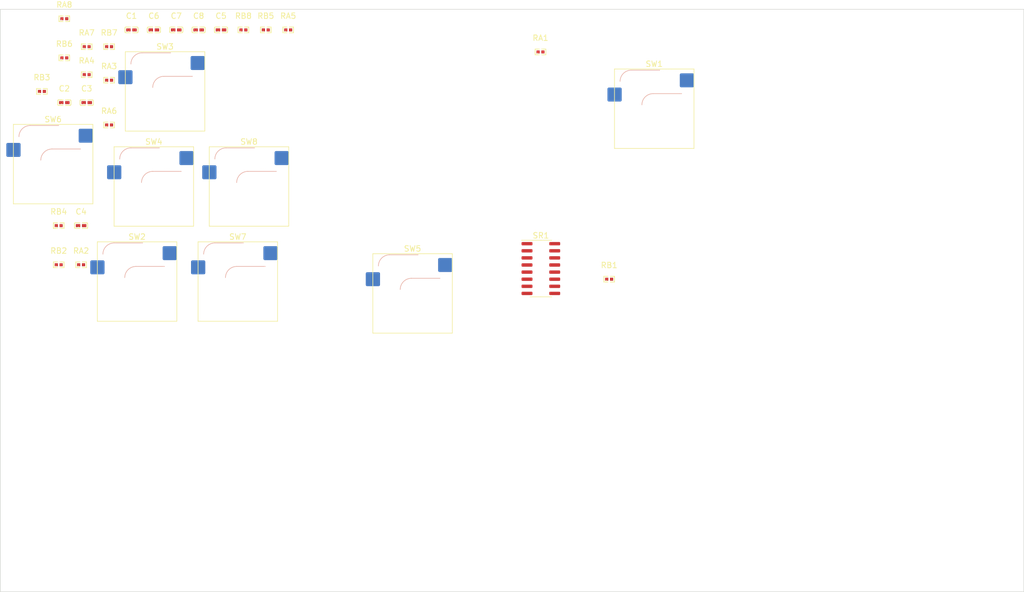
<source format=kicad_pcb>
(kicad_pcb (version 20221018) (generator pcbnew)
  (layers (0 "F.Cu" signal) (31 "B.Cu" signal) (34 "B.Paste" user) (35 "F.Paste" user) (36 "B.SilkS" user "B.Silkscreen") (37 "F.SilkS" user "F.Silkscreen") (38 "B.Mask" user) (39 "F.Mask" user) (44 "Edge.Cuts" user))
  (net 0 "")
  (net 1 "/Key Column/SW1")
  (net 2 "GND")
  (net 3 "/Key Column/SW2")
  (net 4 "/Key Column/SW3")
  (net 5 "/Key Column/SW4")
  (net 6 "/Key Column/SW5")
  (net 7 "/Key Column/SW6")
  (net 8 "/Key Column/SW7")
  (net 9 "/Key Column/SW8")
  (net 10 "+5V")
  (net 11 "Net-(RA1-Pad1)")
  (net 12 "Net-(RA2-Pad1)")
  (net 13 "Net-(RA3-Pad1)")
  (net 14 "Net-(RA4-Pad1)")
  (net 15 "Net-(RA5-Pad1)")
  (net 16 "Net-(RA6-Pad1)")
  (net 17 "Net-(RA7-Pad1)")
  (net 18 "Net-(RA8-Pad1)")
  (footprint "footprint:C0402" (layer "F.Cu") (at 50 59)
    (fp_text reference "C4" (at 0 -2.498603) (layer "F.SilkS"))
    (fp_text value "100nF")
    (fp_line (start -1.168707 0.346203) (end -1.168707 -0.346203) (stroke (width 0.1524)) (layer "F.SilkS"))
    (fp_line (start -1.016307 -0.498603) (end -0.226213 -0.498603) (stroke (width 0.1524)) (layer "F.SilkS"))
    (fp_line (start -0.226213 0.498603) (end -1.016307 0.498603) (stroke (width 0.1524)) (layer "F.SilkS"))
    (fp_line (start 0.226213 0.498603) (end 1.016307 0.498603) (stroke (width 0.1524)) (layer "F.SilkS"))
    (fp_line (start 1.016307 -0.498603) (end 0.226213 -0.498603) (stroke (width 0.1524)) (layer "F.SilkS"))
    (fp_line (start 1.168707 0.346203) (end 1.168707 -0.346203) (stroke (width 0.1524)) (layer "F.SilkS"))
    (fp_arc (start -1.168707 -0.346203) (mid -1.12407 -0.453966) (end -1.016307 -0.498603) (stroke (width 0.1524)) (layer "F.SilkS"))
    (fp_arc (start -1.016307 0.498603) (mid -1.12407 0.453966) (end -1.168707 0.346203) (stroke (width 0.1524)) (layer "F.SilkS"))
    (fp_arc (start 1.016307 -0.498603) (mid 1.12407 -0.453966) (end 1.168707 -0.346203) (stroke (width 0.1524)) (layer "F.SilkS"))
    (fp_arc (start 1.168707 0.346203) (mid 1.12407 0.453966) (end 1.016307 0.498603) (stroke (width 0.1524)) (layer "F.SilkS"))
    (fp_circle (center -0.5 0.250013) (end -0.470003 0.250013) (stroke (width 0.059995)) (fill none) (layer "F.SilkS"))
    (pad "1" smd rect (at -0.545085 0) (size 0.790094 0.540005) (layers "F.Cu" "F.Paste" "F.Mask") (net 2 "GND"))
    (pad "2" smd rect (at 0.545085 0) (size 0.790094 0.540005) (layers "F.Cu" "F.Paste" "F.Mask") (net 5 "/Key Column/SW4"))
  )
  (footprint "PCM_Switch_Keyboard_Hotswap_Kailh:SW_Hotswap_Kailh_MX" (layer "F.Cu") (at 60 69)
    (fp_text reference "SW2" (at 0 -8) (layer "F.SilkS"))
    (fp_text value "SW_Push")
    (fp_line (start -4.1 -6.9) (end 1 -6.9) (stroke (width 0.12)) (layer "B.SilkS"))
    (fp_line (start -0.2 -2.7) (end 4.9 -2.7) (stroke (width 0.12)) (layer "B.SilkS"))
    (fp_arc (start -6.1 -4.9) (mid -5.514214 -6.314214) (end -4.1 -6.9) (stroke (width 0.12)) (layer "B.SilkS"))
    (fp_arc (start -2.2 -0.7) (mid -1.614214 -2.114214) (end -0.2 -2.7) (stroke (width 0.12)) (layer "B.SilkS"))
    (fp_line (start -7.1 -7.1) (end -7.1 7.1) (stroke (width 0.12)) (layer "F.SilkS"))
    (fp_line (start -7.1 7.1) (end 7.1 7.1) (stroke (width 0.12)) (layer "F.SilkS"))
    (fp_line (start 7.1 -7.1) (end -7.1 -7.1) (stroke (width 0.12)) (layer "F.SilkS"))
    (fp_line (start 7.1 7.1) (end 7.1 -7.1) (stroke (width 0.12)) (layer "F.SilkS"))
    (pad "" np_thru_hole circle (at -5.08 0) (size 1.75 1.75) (drill 1.75) (layers "*.Cu" "*.Mask"))
    (pad "" np_thru_hole circle (at -3.81 -2.54) (size 3.05 3.05) (drill 3.05) (layers "*.Cu" "*.Mask"))
    (pad "" np_thru_hole circle (at 0 0) (size 4 4) (drill 4) (layers "*.Cu" "*.Mask"))
    (pad "" np_thru_hole circle (at 2.54 -5.08) (size 3.05 3.05) (drill 3.05) (layers "*.Cu" "*.Mask"))
    (pad "" np_thru_hole circle (at 5.08 0) (size 1.75 1.75) (drill 1.75) (layers "*.Cu" "*.Mask"))
    (pad "1" smd roundrect (at -7.085 -2.54) (size 2.55 2.5) (layers "B.Cu" "B.Paste" "B.Mask") (roundrect_rratio 0.1) (net 12 "Net-(RA2-Pad1)"))
    (pad "2" smd roundrect (at 5.842 -5.08) (size 2.55 2.5) (layers "B.Cu" "B.Paste" "B.Mask") (roundrect_rratio 0.1) (net 2 "GND"))
  )
  (footprint "PCM_Switch_Keyboard_Hotswap_Kailh:SW_Hotswap_Kailh_MX" (layer "F.Cu") (at 65 35)
    (fp_text reference "SW3" (at 0 -8) (layer "F.SilkS"))
    (fp_text value "SW_Push")
    (fp_line (start -4.1 -6.9) (end 1 -6.9) (stroke (width 0.12)) (layer "B.SilkS"))
    (fp_line (start -0.2 -2.7) (end 4.9 -2.7) (stroke (width 0.12)) (layer "B.SilkS"))
    (fp_arc (start -6.1 -4.9) (mid -5.514214 -6.314214) (end -4.1 -6.9) (stroke (width 0.12)) (layer "B.SilkS"))
    (fp_arc (start -2.2 -0.7) (mid -1.614214 -2.114214) (end -0.2 -2.7) (stroke (width 0.12)) (layer "B.SilkS"))
    (fp_line (start -7.1 -7.1) (end -7.1 7.1) (stroke (width 0.12)) (layer "F.SilkS"))
    (fp_line (start -7.1 7.1) (end 7.1 7.1) (stroke (width 0.12)) (layer "F.SilkS"))
    (fp_line (start 7.1 -7.1) (end -7.1 -7.1) (stroke (width 0.12)) (layer "F.SilkS"))
    (fp_line (start 7.1 7.1) (end 7.1 -7.1) (stroke (width 0.12)) (layer "F.SilkS"))
    (pad "" np_thru_hole circle (at -5.08 0) (size 1.75 1.75) (drill 1.75) (layers "*.Cu" "*.Mask"))
    (pad "" np_thru_hole circle (at -3.81 -2.54) (size 3.05 3.05) (drill 3.05) (layers "*.Cu" "*.Mask"))
    (pad "" np_thru_hole circle (at 0 0) (size 4 4) (drill 4) (layers "*.Cu" "*.Mask"))
    (pad "" np_thru_hole circle (at 2.54 -5.08) (size 3.05 3.05) (drill 3.05) (layers "*.Cu" "*.Mask"))
    (pad "" np_thru_hole circle (at 5.08 0) (size 1.75 1.75) (drill 1.75) (layers "*.Cu" "*.Mask"))
    (pad "1" smd roundrect (at -7.085 -2.54) (size 2.55 2.5) (layers "B.Cu" "B.Paste" "B.Mask") (roundrect_rratio 0.1) (net 13 "Net-(RA3-Pad1)"))
    (pad "2" smd roundrect (at 5.842 -5.08) (size 2.55 2.5) (layers "B.Cu" "B.Paste" "B.Mask") (roundrect_rratio 0.1) (net 2 "GND"))
  )
  (footprint "PCM_Switch_Keyboard_Hotswap_Kailh:SW_Hotswap_Kailh_MX" (layer "F.Cu") (at 45 48)
    (fp_text reference "SW6" (at 0 -8) (layer "F.SilkS"))
    (fp_text value "SW_Push")
    (fp_line (start -4.1 -6.9) (end 1 -6.9) (stroke (width 0.12)) (layer "B.SilkS"))
    (fp_line (start -0.2 -2.7) (end 4.9 -2.7) (stroke (width 0.12)) (layer "B.SilkS"))
    (fp_arc (start -6.1 -4.9) (mid -5.514214 -6.314214) (end -4.1 -6.9) (stroke (width 0.12)) (layer "B.SilkS"))
    (fp_arc (start -2.2 -0.7) (mid -1.614214 -2.114214) (end -0.2 -2.7) (stroke (width 0.12)) (layer "B.SilkS"))
    (fp_line (start -7.1 -7.1) (end -7.1 7.1) (stroke (width 0.12)) (layer "F.SilkS"))
    (fp_line (start -7.1 7.1) (end 7.1 7.1) (stroke (width 0.12)) (layer "F.SilkS"))
    (fp_line (start 7.1 -7.1) (end -7.1 -7.1) (stroke (width 0.12)) (layer "F.SilkS"))
    (fp_line (start 7.1 7.1) (end 7.1 -7.1) (stroke (width 0.12)) (layer "F.SilkS"))
    (pad "" np_thru_hole circle (at -5.08 0) (size 1.75 1.75) (drill 1.75) (layers "*.Cu" "*.Mask"))
    (pad "" np_thru_hole circle (at -3.81 -2.54) (size 3.05 3.05) (drill 3.05) (layers "*.Cu" "*.Mask"))
    (pad "" np_thru_hole circle (at 0 0) (size 4 4) (drill 4) (layers "*.Cu" "*.Mask"))
    (pad "" np_thru_hole circle (at 2.54 -5.08) (size 3.05 3.05) (drill 3.05) (layers "*.Cu" "*.Mask"))
    (pad "" np_thru_hole circle (at 5.08 0) (size 1.75 1.75) (drill 1.75) (layers "*.Cu" "*.Mask"))
    (pad "1" smd roundrect (at -7.085 -2.54) (size 2.55 2.5) (layers "B.Cu" "B.Paste" "B.Mask") (roundrect_rratio 0.1) (net 16 "Net-(RA6-Pad1)"))
    (pad "2" smd roundrect (at 5.842 -5.08) (size 2.55 2.5) (layers "B.Cu" "B.Paste" "B.Mask") (roundrect_rratio 0.1) (net 2 "GND"))
  )
  (footprint "footprint:C0402" (layer "F.Cu") (at 63 24)
    (fp_text reference "C6" (at 0 -2.498603) (layer "F.SilkS"))
    (fp_text value "100nF")
    (fp_line (start -1.168707 0.346203) (end -1.168707 -0.346203) (stroke (width 0.1524)) (layer "F.SilkS"))
    (fp_line (start -1.016307 -0.498603) (end -0.226213 -0.498603) (stroke (width 0.1524)) (layer "F.SilkS"))
    (fp_line (start -0.226213 0.498603) (end -1.016307 0.498603) (stroke (width 0.1524)) (layer "F.SilkS"))
    (fp_line (start 0.226213 0.498603) (end 1.016307 0.498603) (stroke (width 0.1524)) (layer "F.SilkS"))
    (fp_line (start 1.016307 -0.498603) (end 0.226213 -0.498603) (stroke (width 0.1524)) (layer "F.SilkS"))
    (fp_line (start 1.168707 0.346203) (end 1.168707 -0.346203) (stroke (width 0.1524)) (layer "F.SilkS"))
    (fp_arc (start -1.168707 -0.346203) (mid -1.12407 -0.453966) (end -1.016307 -0.498603) (stroke (width 0.1524)) (layer "F.SilkS"))
    (fp_arc (start -1.016307 0.498603) (mid -1.12407 0.453966) (end -1.168707 0.346203) (stroke (width 0.1524)) (layer "F.SilkS"))
    (fp_arc (start 1.016307 -0.498603) (mid 1.12407 -0.453966) (end 1.168707 -0.346203) (stroke (width 0.1524)) (layer "F.SilkS"))
    (fp_arc (start 1.168707 0.346203) (mid 1.12407 0.453966) (end 1.016307 0.498603) (stroke (width 0.1524)) (layer "F.SilkS"))
    (fp_circle (center -0.5 0.250013) (end -0.470003 0.250013) (stroke (width 0.059995)) (fill none) (layer "F.SilkS"))
    (pad "1" smd rect (at -0.545085 0) (size 0.790094 0.540005) (layers "F.Cu" "F.Paste" "F.Mask") (net 2 "GND"))
    (pad "2" smd rect (at 0.545085 0) (size 0.790094 0.540005) (layers "F.Cu" "F.Paste" "F.Mask") (net 7 "/Key Column/SW6"))
  )
  (footprint "footprint:R0402" (layer "F.Cu") (at 55 27)
    (fp_text reference "RB7" (at 0 -2.498603) (layer "F.SilkS"))
    (fp_text value "33kΩ")
    (fp_line (start -0.944247 -0.498603) (end -0.226213 -0.498603) (stroke (width 0.1524)) (layer "F.SilkS"))
    (fp_line (start -0.944247 0.498603) (end -0.944247 -0.498603) (stroke (width 0.1524)) (layer "F.SilkS"))
    (fp_line (start -0.226213 0.498603) (end -0.944247 0.498603) (stroke (width 0.1524)) (layer "F.SilkS"))
    (fp_line (start 0.226213 0.498603) (end 0.944247 0.498603) (stroke (width 0.1524)) (layer "F.SilkS"))
    (fp_line (start 0.944247 -0.498603) (end 0.226213 -0.498603) (stroke (width 0.1524)) (layer "F.SilkS"))
    (fp_line (start 0.944247 0.498603) (end 0.944247 -0.498603) (stroke (width 0.1524)) (layer "F.SilkS"))
    (fp_circle (center -0.5 0.249987) (end -0.470003 0.249987) (stroke (width 0.059995)) (fill none) (layer "F.SilkS"))
    (pad "1" smd rect (at -0.432817 0) (size 0.565659 0.540005) (layers "F.Cu" "F.Paste" "F.Mask") (net 8 "/Key Column/SW7"))
    (pad "2" smd rect (at 0.432817 0) (size 0.565659 0.540005) (layers "F.Cu" "F.Paste" "F.Mask") (net 17 "Net-(RA7-Pad1)"))
  )
  (footprint "footprint:R0402" (layer "F.Cu") (at 83 24)
    (fp_text reference "RB5" (at 0 -2.498603) (layer "F.SilkS"))
    (fp_text value "33kΩ")
    (fp_line (start -0.944247 -0.498603) (end -0.226213 -0.498603) (stroke (width 0.1524)) (layer "F.SilkS"))
    (fp_line (start -0.944247 0.498603) (end -0.944247 -0.498603) (stroke (width 0.1524)) (layer "F.SilkS"))
    (fp_line (start -0.226213 0.498603) (end -0.944247 0.498603) (stroke (width 0.1524)) (layer "F.SilkS"))
    (fp_line (start 0.226213 0.498603) (end 0.944247 0.498603) (stroke (width 0.1524)) (layer "F.SilkS"))
    (fp_line (start 0.944247 -0.498603) (end 0.226213 -0.498603) (stroke (width 0.1524)) (layer "F.SilkS"))
    (fp_line (start 0.944247 0.498603) (end 0.944247 -0.498603) (stroke (width 0.1524)) (layer "F.SilkS"))
    (fp_circle (center -0.5 0.249987) (end -0.470003 0.249987) (stroke (width 0.059995)) (fill none) (layer "F.SilkS"))
    (pad "1" smd rect (at -0.432817 0) (size 0.565659 0.540005) (layers "F.Cu" "F.Paste" "F.Mask") (net 6 "/Key Column/SW5"))
    (pad "2" smd rect (at 0.432817 0) (size 0.565659 0.540005) (layers "F.Cu" "F.Paste" "F.Mask") (net 15 "Net-(RA5-Pad1)"))
  )
  (footprint "PCM_Switch_Keyboard_Hotswap_Kailh:SW_Hotswap_Kailh_MX" (layer "F.Cu") (at 63 52)
    (fp_text reference "SW4" (at 0 -8) (layer "F.SilkS"))
    (fp_text value "SW_Push")
    (fp_line (start -4.1 -6.9) (end 1 -6.9) (stroke (width 0.12)) (layer "B.SilkS"))
    (fp_line (start -0.2 -2.7) (end 4.9 -2.7) (stroke (width 0.12)) (layer "B.SilkS"))
    (fp_arc (start -6.1 -4.9) (mid -5.514214 -6.314214) (end -4.1 -6.9) (stroke (width 0.12)) (layer "B.SilkS"))
    (fp_arc (start -2.2 -0.7) (mid -1.614214 -2.114214) (end -0.2 -2.7) (stroke (width 0.12)) (layer "B.SilkS"))
    (fp_line (start -7.1 -7.1) (end -7.1 7.1) (stroke (width 0.12)) (layer "F.SilkS"))
    (fp_line (start -7.1 7.1) (end 7.1 7.1) (stroke (width 0.12)) (layer "F.SilkS"))
    (fp_line (start 7.1 -7.1) (end -7.1 -7.1) (stroke (width 0.12)) (layer "F.SilkS"))
    (fp_line (start 7.1 7.1) (end 7.1 -7.1) (stroke (width 0.12)) (layer "F.SilkS"))
    (pad "" np_thru_hole circle (at -5.08 0) (size 1.75 1.75) (drill 1.75) (layers "*.Cu" "*.Mask"))
    (pad "" np_thru_hole circle (at -3.81 -2.54) (size 3.05 3.05) (drill 3.05) (layers "*.Cu" "*.Mask"))
    (pad "" np_thru_hole circle (at 0 0) (size 4 4) (drill 4) (layers "*.Cu" "*.Mask"))
    (pad "" np_thru_hole circle (at 2.54 -5.08) (size 3.05 3.05) (drill 3.05) (layers "*.Cu" "*.Mask"))
    (pad "" np_thru_hole circle (at 5.08 0) (size 1.75 1.75) (drill 1.75) (layers "*.Cu" "*.Mask"))
    (pad "1" smd roundrect (at -7.085 -2.54) (size 2.55 2.5) (layers "B.Cu" "B.Paste" "B.Mask") (roundrect_rratio 0.1) (net 14 "Net-(RA4-Pad1)"))
    (pad "2" smd roundrect (at 5.842 -5.08) (size 2.55 2.5) (layers "B.Cu" "B.Paste" "B.Mask") (roundrect_rratio 0.1) (net 2 "GND"))
  )
  (footprint "footprint:R0402" (layer "F.Cu") (at 144.347183 68.58)
    (fp_text reference "RB1" (at 0 -2.498603) (layer "F.SilkS"))
    (fp_text value "33kΩ")
    (fp_line (start -0.944247 -0.498603) (end -0.226213 -0.498603) (stroke (width 0.1524)) (layer "F.SilkS"))
    (fp_line (start -0.944247 0.498603) (end -0.944247 -0.498603) (stroke (width 0.1524)) (layer "F.SilkS"))
    (fp_line (start -0.226213 0.498603) (end -0.944247 0.498603) (stroke (width 0.1524)) (layer "F.SilkS"))
    (fp_line (start 0.226213 0.498603) (end 0.944247 0.498603) (stroke (width 0.1524)) (layer "F.SilkS"))
    (fp_line (start 0.944247 -0.498603) (end 0.226213 -0.498603) (stroke (width 0.1524)) (layer "F.SilkS"))
    (fp_line (start 0.944247 0.498603) (end 0.944247 -0.498603) (stroke (width 0.1524)) (layer "F.SilkS"))
    (fp_circle (center -0.5 0.249987) (end -0.470003 0.249987) (stroke (width 0.059995)) (fill none) (layer "F.SilkS"))
    (pad "1" smd rect (at -0.432817 0) (size 0.565659 0.540005) (layers "F.Cu" "F.Paste" "F.Mask") (net 1 "/Key Column/SW1"))
    (pad "2" smd rect (at 0.432817 0) (size 0.565659 0.540005) (layers "F.Cu" "F.Paste" "F.Mask") (net 11 "Net-(RA1-Pad1)"))
  )
  (footprint "footprint:R0402" (layer "F.Cu") (at 46 66)
    (fp_text reference "RB2" (at 0 -2.498603) (layer "F.SilkS"))
    (fp_text value "33kΩ")
    (fp_line (start -0.944247 -0.498603) (end -0.226213 -0.498603) (stroke (width 0.1524)) (layer "F.SilkS"))
    (fp_line (start -0.944247 0.498603) (end -0.944247 -0.498603) (stroke (width 0.1524)) (layer "F.SilkS"))
    (fp_line (start -0.226213 0.498603) (end -0.944247 0.498603) (stroke (width 0.1524)) (layer "F.SilkS"))
    (fp_line (start 0.226213 0.498603) (end 0.944247 0.498603) (stroke (width 0.1524)) (layer "F.SilkS"))
    (fp_line (start 0.944247 -0.498603) (end 0.226213 -0.498603) (stroke (width 0.1524)) (layer "F.SilkS"))
    (fp_line (start 0.944247 0.498603) (end 0.944247 -0.498603) (stroke (width 0.1524)) (layer "F.SilkS"))
    (fp_circle (center -0.5 0.249987) (end -0.470003 0.249987) (stroke (width 0.059995)) (fill none) (layer "F.SilkS"))
    (pad "1" smd rect (at -0.432817 0) (size 0.565659 0.540005) (layers "F.Cu" "F.Paste" "F.Mask") (net 3 "/Key Column/SW2"))
    (pad "2" smd rect (at 0.432817 0) (size 0.565659 0.540005) (layers "F.Cu" "F.Paste" "F.Mask") (net 12 "Net-(RA2-Pad1)"))
  )
  (footprint "footprint:R0402" (layer "F.Cu") (at 132.08 27.94)
    (fp_text reference "RA1" (at 0 -2.498603) (layer "F.SilkS"))
    (fp_text value "68kΩ")
    (fp_line (start -0.944247 -0.498603) (end -0.226213 -0.498603) (stroke (width 0.1524)) (layer "F.SilkS"))
    (fp_line (start -0.944247 0.498603) (end -0.944247 -0.498603) (stroke (width 0.1524)) (layer "F.SilkS"))
    (fp_line (start -0.226213 0.498603) (end -0.944247 0.498603) (stroke (width 0.1524)) (layer "F.SilkS"))
    (fp_line (start 0.226213 0.498603) (end 0.944247 0.498603) (stroke (width 0.1524)) (layer "F.SilkS"))
    (fp_line (start 0.944247 -0.498603) (end 0.226213 -0.498603) (stroke (width 0.1524)) (layer "F.SilkS"))
    (fp_line (start 0.944247 0.498603) (end 0.944247 -0.498603) (stroke (width 0.1524)) (layer "F.SilkS"))
    (fp_circle (center -0.5 0.249987) (end -0.470003 0.249987) (stroke (width 0.059995)) (fill none) (layer "F.SilkS"))
    (pad "1" smd rect (at -0.432817 0) (size 0.565659 0.540005) (layers "F.Cu" "F.Paste" "F.Mask") (net 11 "Net-(RA1-Pad1)"))
    (pad "2" smd rect (at 0.432817 0) (size 0.565659 0.540005) (layers "F.Cu" "F.Paste" "F.Mask") (net 10 "+5V"))
  )
  (footprint "footprint:C0402" (layer "F.Cu") (at 59 24)
    (fp_text reference "C1" (at 0 -2.498603) (layer "F.SilkS"))
    (fp_text value "100nF")
    (fp_line (start -1.168707 0.346203) (end -1.168707 -0.346203) (stroke (width 0.1524)) (layer "F.SilkS"))
    (fp_line (start -1.016307 -0.498603) (end -0.226213 -0.498603) (stroke (width 0.1524)) (layer "F.SilkS"))
    (fp_line (start -0.226213 0.498603) (end -1.016307 0.498603) (stroke (width 0.1524)) (layer "F.SilkS"))
    (fp_line (start 0.226213 0.498603) (end 1.016307 0.498603) (stroke (width 0.1524)) (layer "F.SilkS"))
    (fp_line (start 1.016307 -0.498603) (end 0.226213 -0.498603) (stroke (width 0.1524)) (layer "F.SilkS"))
    (fp_line (start 1.168707 0.346203) (end 1.168707 -0.346203) (stroke (width 0.1524)) (layer "F.SilkS"))
    (fp_arc (start -1.168707 -0.346203) (mid -1.12407 -0.453966) (end -1.016307 -0.498603) (stroke (width 0.1524)) (layer "F.SilkS"))
    (fp_arc (start -1.016307 0.498603) (mid -1.12407 0.453966) (end -1.168707 0.346203) (stroke (width 0.1524)) (layer "F.SilkS"))
    (fp_arc (start 1.016307 -0.498603) (mid 1.12407 -0.453966) (end 1.168707 -0.346203) (stroke (width 0.1524)) (layer "F.SilkS"))
    (fp_arc (start 1.168707 0.346203) (mid 1.12407 0.453966) (end 1.016307 0.498603) (stroke (width 0.1524)) (layer "F.SilkS"))
    (fp_circle (center -0.5 0.250013) (end -0.470003 0.250013) (stroke (width 0.059995)) (fill none) (layer "F.SilkS"))
    (pad "1" smd rect (at -0.545085 0) (size 0.790094 0.540005) (layers "F.Cu" "F.Paste" "F.Mask") (net 2 "GND"))
    (pad "2" smd rect (at 0.545085 0) (size 0.790094 0.540005) (layers "F.Cu" "F.Paste" "F.Mask") (net 1 "/Key Column/SW1"))
  )
  (footprint "footprint:C0402" (layer "F.Cu") (at 47 37)
    (fp_text reference "C2" (at 0 -2.498603) (layer "F.SilkS"))
    (fp_text value "100nF")
    (fp_line (start -1.168707 0.346203) (end -1.168707 -0.346203) (stroke (width 0.1524)) (layer "F.SilkS"))
    (fp_line (start -1.016307 -0.498603) (end -0.226213 -0.498603) (stroke (width 0.1524)) (layer "F.SilkS"))
    (fp_line (start -0.226213 0.498603) (end -1.016307 0.498603) (stroke (width 0.1524)) (layer "F.SilkS"))
    (fp_line (start 0.226213 0.498603) (end 1.016307 0.498603) (stroke (width 0.1524)) (layer "F.SilkS"))
    (fp_line (start 1.016307 -0.498603) (end 0.226213 -0.498603) (stroke (width 0.1524)) (layer "F.SilkS"))
    (fp_line (start 1.168707 0.346203) (end 1.168707 -0.346203) (stroke (width 0.1524)) (layer "F.SilkS"))
    (fp_arc (start -1.168707 -0.346203) (mid -1.12407 -0.453966) (end -1.016307 -0.498603) (stroke (width 0.1524)) (layer "F.SilkS"))
    (fp_arc (start -1.016307 0.498603) (mid -1.12407 0.453966) (end -1.168707 0.346203) (stroke (width 0.1524)) (layer "F.SilkS"))
    (fp_arc (start 1.016307 -0.498603) (mid 1.12407 -0.453966) (end 1.168707 -0.346203) (stroke (width 0.1524)) (layer "F.SilkS"))
    (fp_arc (start 1.168707 0.346203) (mid 1.12407 0.453966) (end 1.016307 0.498603) (stroke (width 0.1524)) (layer "F.SilkS"))
    (fp_circle (center -0.5 0.250013) (end -0.470003 0.250013) (stroke (width 0.059995)) (fill none) (layer "F.SilkS"))
    (pad "1" smd rect (at -0.545085 0) (size 0.790094 0.540005) (layers "F.Cu" "F.Paste" "F.Mask") (net 2 "GND"))
    (pad "2" smd rect (at 0.545085 0) (size 0.790094 0.540005) (layers "F.Cu" "F.Paste" "F.Mask") (net 3 "/Key Column/SW2"))
  )
  (footprint "footprint:R0402" (layer "F.Cu") (at 51 32)
    (fp_text reference "RA4" (at 0 -2.498603) (layer "F.SilkS"))
    (fp_text value "68kΩ")
    (fp_line (start -0.944247 -0.498603) (end -0.226213 -0.498603) (stroke (width 0.1524)) (layer "F.SilkS"))
    (fp_line (start -0.944247 0.498603) (end -0.944247 -0.498603) (stroke (width 0.1524)) (layer "F.SilkS"))
    (fp_line (start -0.226213 0.498603) (end -0.944247 0.498603) (stroke (width 0.1524)) (layer "F.SilkS"))
    (fp_line (start 0.226213 0.498603) (end 0.944247 0.498603) (stroke (width 0.1524)) (layer "F.SilkS"))
    (fp_line (start 0.944247 -0.498603) (end 0.226213 -0.498603) (stroke (width 0.1524)) (layer "F.SilkS"))
    (fp_line (start 0.944247 0.498603) (end 0.944247 -0.498603) (stroke (width 0.1524)) (layer "F.SilkS"))
    (fp_circle (center -0.5 0.249987) (end -0.470003 0.249987) (stroke (width 0.059995)) (fill none) (layer "F.SilkS"))
    (pad "1" smd rect (at -0.432817 0) (size 0.565659 0.540005) (layers "F.Cu" "F.Paste" "F.Mask") (net 14 "Net-(RA4-Pad1)"))
    (pad "2" smd rect (at 0.432817 0) (size 0.565659 0.540005) (layers "F.Cu" "F.Paste" "F.Mask") (net 10 "+5V"))
  )
  (footprint "footprint:R0402" (layer "F.Cu") (at 47 22)
    (fp_text reference "RA8" (at 0 -2.498603) (layer "F.SilkS"))
    (fp_text value "68kΩ")
    (fp_line (start -0.944247 -0.498603) (end -0.226213 -0.498603) (stroke (width 0.1524)) (layer "F.SilkS"))
    (fp_line (start -0.944247 0.498603) (end -0.944247 -0.498603) (stroke (width 0.1524)) (layer "F.SilkS"))
    (fp_line (start -0.226213 0.498603) (end -0.944247 0.498603) (stroke (width 0.1524)) (layer "F.SilkS"))
    (fp_line (start 0.226213 0.498603) (end 0.944247 0.498603) (stroke (width 0.1524)) (layer "F.SilkS"))
    (fp_line (start 0.944247 -0.498603) (end 0.226213 -0.498603) (stroke (width 0.1524)) (layer "F.SilkS"))
    (fp_line (start 0.944247 0.498603) (end 0.944247 -0.498603) (stroke (width 0.1524)) (layer "F.SilkS"))
    (fp_circle (center -0.5 0.249987) (end -0.470003 0.249987) (stroke (width 0.059995)) (fill none) (layer "F.SilkS"))
    (pad "1" smd rect (at -0.432817 0) (size 0.565659 0.540005) (layers "F.Cu" "F.Paste" "F.Mask") (net 18 "Net-(RA8-Pad1)"))
    (pad "2" smd rect (at 0.432817 0) (size 0.565659 0.540005) (layers "F.Cu" "F.Paste" "F.Mask") (net 10 "+5V"))
  )
  (footprint "PCM_Switch_Keyboard_Hotswap_Kailh:SW_Hotswap_Kailh_MX" (layer "F.Cu") (at 78 69)
    (fp_text reference "SW7" (at 0 -8) (layer "F.SilkS"))
    (fp_text value "SW_Push")
    (fp_line (start -4.1 -6.9) (end 1 -6.9) (stroke (width 0.12)) (layer "B.SilkS"))
    (fp_line (start -0.2 -2.7) (end 4.9 -2.7) (stroke (width 0.12)) (layer "B.SilkS"))
    (fp_arc (start -6.1 -4.9) (mid -5.514214 -6.314214) (end -4.1 -6.9) (stroke (width 0.12)) (layer "B.SilkS"))
    (fp_arc (start -2.2 -0.7) (mid -1.614214 -2.114214) (end -0.2 -2.7) (stroke (width 0.12)) (layer "B.SilkS"))
    (fp_line (start -7.1 -7.1) (end -7.1 7.1) (stroke (width 0.12)) (layer "F.SilkS"))
    (fp_line (start -7.1 7.1) (end 7.1 7.1) (stroke (width 0.12)) (layer "F.SilkS"))
    (fp_line (start 7.1 -7.1) (end -7.1 -7.1) (stroke (width 0.12)) (layer "F.SilkS"))
    (fp_line (start 7.1 7.1) (end 7.1 -7.1) (stroke (width 0.12)) (layer "F.SilkS"))
    (pad "" np_thru_hole circle (at -5.08 0) (size 1.75 1.75) (drill 1.75) (layers "*.Cu" "*.Mask"))
    (pad "" np_thru_hole circle (at -3.81 -2.54) (size 3.05 3.05) (drill 3.05) (layers "*.Cu" "*.Mask"))
    (pad "" np_thru_hole circle (at 0 0) (size 4 4) (drill 4) (layers "*.Cu" "*.Mask"))
    (pad "" np_thru_hole circle (at 2.54 -5.08) (size 3.05 3.05) (drill 3.05) (layers "*.Cu" "*.Mask"))
    (pad "" np_thru_hole circle (at 5.08 0) (size 1.75 1.75) (drill 1.75) (layers "*.Cu" "*.Mask"))
    (pad "1" smd roundrect (at -7.085 -2.54) (size 2.55 2.5) (layers "B.Cu" "B.Paste" "B.Mask") (roundrect_rratio 0.1) (net 17 "Net-(RA7-Pad1)"))
    (pad "2" smd roundrect (at 5.842 -5.08) (size 2.55 2.5) (layers "B.Cu" "B.Paste" "B.Mask") (roundrect_rratio 0.1) (net 2 "GND"))
  )
  (footprint "PCM_Switch_Keyboard_Hotswap_Kailh:SW_Hotswap_Kailh_MX" (layer "F.Cu") (at 152.4 38.1)
    (fp_text reference "SW1" (at 0 -8) (layer "F.SilkS"))
    (fp_text value "SW_Push")
    (fp_line (start -4.1 -6.9) (end 1 -6.9) (stroke (width 0.12)) (layer "B.SilkS"))
    (fp_line (start -0.2 -2.7) (end 4.9 -2.7) (stroke (width 0.12)) (layer "B.SilkS"))
    (fp_arc (start -6.1 -4.9) (mid -5.514214 -6.314214) (end -4.1 -6.9) (stroke (width 0.12)) (layer "B.SilkS"))
    (fp_arc (start -2.2 -0.7) (mid -1.614214 -2.114214) (end -0.2 -2.7) (stroke (width 0.12)) (layer "B.SilkS"))
    (fp_line (start -7.1 -7.1) (end -7.1 7.1) (stroke (width 0.12)) (layer "F.SilkS"))
    (fp_line (start -7.1 7.1) (end 7.1 7.1) (stroke (width 0.12)) (layer "F.SilkS"))
    (fp_line (start 7.1 -7.1) (end -7.1 -7.1) (stroke (width 0.12)) (layer "F.SilkS"))
    (fp_line (start 7.1 7.1) (end 7.1 -7.1) (stroke (width 0.12)) (layer "F.SilkS"))
    (pad "" np_thru_hole circle (at -5.08 0) (size 1.75 1.75) (drill 1.75) (layers "*.Cu" "*.Mask"))
    (pad "" np_thru_hole circle (at -3.81 -2.54) (size 3.05 3.05) (drill 3.05) (layers "*.Cu" "*.Mask"))
    (pad "" np_thru_hole circle (at 0 0) (size 4 4) (drill 4) (layers "*.Cu" "*.Mask"))
    (pad "" np_thru_hole circle (at 2.54 -5.08) (size 3.05 3.05) (drill 3.05) (layers "*.Cu" "*.Mask"))
    (pad "" np_thru_hole circle (at 5.08 0) (size 1.75 1.75) (drill 1.75) (layers "*.Cu" "*.Mask"))
    (pad "1" smd roundrect (at -7.085 -2.54) (size 2.55 2.5) (layers "B.Cu" "B.Paste" "B.Mask") (roundrect_rratio 0.1) (net 11 "Net-(RA1-Pad1)"))
    (pad "2" smd roundrect (at 5.842 -5.08) (size 2.55 2.5) (layers "B.Cu" "B.Paste" "B.Mask") (roundrect_rratio 0.1) (net 2 "GND"))
  )
  (footprint "footprint:R0402" (layer "F.Cu") (at 87 24)
    (fp_text reference "RA5" (at 0 -2.498603) (layer "F.SilkS"))
    (fp_text value "68kΩ")
    (fp_line (start -0.944247 -0.498603) (end -0.226213 -0.498603) (stroke (width 0.1524)) (layer "F.SilkS"))
    (fp_line (start -0.944247 0.498603) (end -0.944247 -0.498603) (stroke (width 0.1524)) (layer "F.SilkS"))
    (fp_line (start -0.226213 0.498603) (end -0.944247 0.498603) (stroke (width 0.1524)) (layer "F.SilkS"))
    (fp_line (start 0.226213 0.498603) (end 0.944247 0.498603) (stroke (width 0.1524)) (layer "F.SilkS"))
    (fp_line (start 0.944247 -0.498603) (end 0.226213 -0.498603) (stroke (width 0.1524)) (layer "F.SilkS"))
    (fp_line (start 0.944247 0.498603) (end 0.944247 -0.498603) (stroke (width 0.1524)) (layer "F.SilkS"))
    (fp_circle (center -0.5 0.249987) (end -0.470003 0.249987) (stroke (width 0.059995)) (fill none) (layer "F.SilkS"))
    (pad "1" smd rect (at -0.432817 0) (size 0.565659 0.540005) (layers "F.Cu" "F.Paste" "F.Mask") (net 15 "Net-(RA5-Pad1)"))
    (pad "2" smd rect (at 0.432817 0) (size 0.565659 0.540005) (layers "F.Cu" "F.Paste" "F.Mask") (net 10 "+5V"))
  )
  (footprint "footprint:R0402" (layer "F.Cu") (at 55 33)
    (fp_text reference "RA3" (at 0 -2.498603) (layer "F.SilkS"))
    (fp_text value "68kΩ")
    (fp_line (start -0.944247 -0.498603) (end -0.226213 -0.498603) (stroke (width 0.1524)) (layer "F.SilkS"))
    (fp_line (start -0.944247 0.498603) (end -0.944247 -0.498603) (stroke (width 0.1524)) (layer "F.SilkS"))
    (fp_line (start -0.226213 0.498603) (end -0.944247 0.498603) (stroke (width 0.1524)) (layer "F.SilkS"))
    (fp_line (start 0.226213 0.498603) (end 0.944247 0.498603) (stroke (width 0.1524)) (layer "F.SilkS"))
    (fp_line (start 0.944247 -0.498603) (end 0.226213 -0.498603) (stroke (width 0.1524)) (layer "F.SilkS"))
    (fp_line (start 0.944247 0.498603) (end 0.944247 -0.498603) (stroke (width 0.1524)) (layer "F.SilkS"))
    (fp_circle (center -0.5 0.249987) (end -0.470003 0.249987) (stroke (width 0.059995)) (fill none) (layer "F.SilkS"))
    (pad "1" smd rect (at -0.432817 0) (size 0.565659 0.540005) (layers "F.Cu" "F.Paste" "F.Mask") (net 13 "Net-(RA3-Pad1)"))
    (pad "2" smd rect (at 0.432817 0) (size 0.565659 0.540005) (layers "F.Cu" "F.Paste" "F.Mask") (net 10 "+5V"))
  )
  (footprint "Package_SO:SOIC-16_3.9x9.9mm_P1.27mm" (layer "F.Cu") (at 132.145 66.675)
    (fp_text reference "SR1" (at 0 -5.9) (layer "F.SilkS"))
    (fp_text value "74HC165")
    (fp_line (start 0 -5.06) (end -3.45 -5.06) (stroke (width 0.12)) (layer "F.SilkS"))
    (fp_line (start 0 -5.06) (end 1.95 -5.06) (stroke (width 0.12)) (layer "F.SilkS"))
    (fp_line (start 0 5.06) (end -1.95 5.06) (stroke (width 0.12)) (layer "F.SilkS"))
    (fp_line (start 0 5.06) (end 1.95 5.06) (stroke (width 0.12)) (layer "F.SilkS"))
    (pad "1" smd roundrect (at -2.475 -4.445) (size 1.95 0.6) (layers "F.Cu" "F.Paste" "F.Mask"))
    (pad "2" smd roundrect (at -2.475 -3.175) (size 1.95 0.6) (layers "F.Cu" "F.Paste" "F.Mask"))
    (pad "3" smd roundrect (at -2.475 -1.905) (size 1.95 0.6) (layers "F.Cu" "F.Paste" "F.Mask") (net 6 "/Key Column/SW5"))
    (pad "4" smd roundrect (at -2.475 -0.635) (size 1.95 0.6) (layers "F.Cu" "F.Paste" "F.Mask") (net 7 "/Key Column/SW6"))
    (pad "5" smd roundrect (at -2.475 0.635) (size 1.95 0.6) (layers "F.Cu" "F.Paste" "F.Mask") (net 8 "/Key Column/SW7"))
    (pad "6" smd roundrect (at -2.475 1.905) (size 1.95 0.6) (layers "F.Cu" "F.Paste" "F.Mask") (net 9 "/Key Column/SW8"))
    (pad "7" smd roundrect (at -2.475 3.175) (size 1.95 0.6) (layers "F.Cu" "F.Paste" "F.Mask"))
    (pad "8" smd roundrect (at -2.475 4.445) (size 1.95 0.6) (layers "F.Cu" "F.Paste" "F.Mask") (net 2 "GND"))
    (pad "9" smd roundrect (at 2.475 4.445) (size 1.95 0.6) (layers "F.Cu" "F.Paste" "F.Mask"))
    (pad "10" smd roundrect (at 2.475 3.175) (size 1.95 0.6) (layers "F.Cu" "F.Paste" "F.Mask"))
    (pad "11" smd roundrect (at 2.475 1.905) (size 1.95 0.6) (layers "F.Cu" "F.Paste" "F.Mask") (net 1 "/Key Column/SW1"))
    (pad "12" smd roundrect (at 2.475 0.635) (size 1.95 0.6) (layers "F.Cu" "F.Paste" "F.Mask") (net 3 "/Key Column/SW2"))
    (pad "13" smd roundrect (at 2.475 -0.635) (size 1.95 0.6) (layers "F.Cu" "F.Paste" "F.Mask") (net 4 "/Key Column/SW3"))
    (pad "14" smd roundrect (at 2.475 -1.905) (size 1.95 0.6) (layers "F.Cu" "F.Paste" "F.Mask") (net 5 "/Key Column/SW4"))
    (pad "15" smd roundrect (at 2.475 -3.175) (size 1.95 0.6) (layers "F.Cu" "F.Paste" "F.Mask"))
    (pad "16" smd roundrect (at 2.475 -4.445) (size 1.95 0.6) (layers "F.Cu" "F.Paste" "F.Mask") (net 10 "+5V"))
  )
  (footprint "footprint:R0402" (layer "F.Cu") (at 46 59)
    (fp_text reference "RB4" (at 0 -2.498603) (layer "F.SilkS"))
    (fp_text value "33kΩ")
    (fp_line (start -0.944247 -0.498603) (end -0.226213 -0.498603) (stroke (width 0.1524)) (layer "F.SilkS"))
    (fp_line (start -0.944247 0.498603) (end -0.944247 -0.498603) (stroke (width 0.1524)) (layer "F.SilkS"))
    (fp_line (start -0.226213 0.498603) (end -0.944247 0.498603) (stroke (width 0.1524)) (layer "F.SilkS"))
    (fp_line (start 0.226213 0.498603) (end 0.944247 0.498603) (stroke (width 0.1524)) (layer "F.SilkS"))
    (fp_line (start 0.944247 -0.498603) (end 0.226213 -0.498603) (stroke (width 0.1524)) (layer "F.SilkS"))
    (fp_line (start 0.944247 0.498603) (end 0.944247 -0.498603) (stroke (width 0.1524)) (layer "F.SilkS"))
    (fp_circle (center -0.5 0.249987) (end -0.470003 0.249987) (stroke (width 0.059995)) (fill none) (layer "F.SilkS"))
    (pad "1" smd rect (at -0.432817 0) (size 0.565659 0.540005) (layers "F.Cu" "F.Paste" "F.Mask") (net 5 "/Key Column/SW4"))
    (pad "2" smd rect (at 0.432817 0) (size 0.565659 0.540005) (layers "F.Cu" "F.Paste" "F.Mask") (net 14 "Net-(RA4-Pad1)"))
  )
  (footprint "footprint:R0402" (layer "F.Cu") (at 47 29)
    (fp_text reference "RB6" (at 0 -2.498603) (layer "F.SilkS"))
    (fp_text value "33kΩ")
    (fp_line (start -0.944247 -0.498603) (end -0.226213 -0.498603) (stroke (width 0.1524)) (layer "F.SilkS"))
    (fp_line (start -0.944247 0.498603) (end -0.944247 -0.498603) (stroke (width 0.1524)) (layer "F.SilkS"))
    (fp_line (start -0.226213 0.498603) (end -0.944247 0.498603) (stroke (width 0.1524)) (layer "F.SilkS"))
    (fp_line (start 0.226213 0.498603) (end 0.944247 0.498603) (stroke (width 0.1524)) (layer "F.SilkS"))
    (fp_line (start 0.944247 -0.498603) (end 0.226213 -0.498603) (stroke (width 0.1524)) (layer "F.SilkS"))
    (fp_line (start 0.944247 0.498603) (end 0.944247 -0.498603) (stroke (width 0.1524)) (layer "F.SilkS"))
    (fp_circle (center -0.5 0.249987) (end -0.470003 0.249987) (stroke (width 0.059995)) (fill none) (layer "F.SilkS"))
    (pad "1" smd rect (at -0.432817 0) (size 0.565659 0.540005) (layers "F.Cu" "F.Paste" "F.Mask") (net 7 "/Key Column/SW6"))
    (pad "2" smd rect (at 0.432817 0) (size 0.565659 0.540005) (layers "F.Cu" "F.Paste" "F.Mask") (net 16 "Net-(RA6-Pad1)"))
  )
  (footprint "footprint:C0402" (layer "F.Cu") (at 71 24)
    (fp_text reference "C8" (at 0 -2.498603) (layer "F.SilkS"))
    (fp_text value "100nF")
    (fp_line (start -1.168707 0.346203) (end -1.168707 -0.346203) (stroke (width 0.1524)) (layer "F.SilkS"))
    (fp_line (start -1.016307 -0.498603) (end -0.226213 -0.498603) (stroke (width 0.1524)) (layer "F.SilkS"))
    (fp_line (start -0.226213 0.498603) (end -1.016307 0.498603) (stroke (width 0.1524)) (layer "F.SilkS"))
    (fp_line (start 0.226213 0.498603) (end 1.016307 0.498603) (stroke (width 0.1524)) (layer "F.SilkS"))
    (fp_line (start 1.016307 -0.498603) (end 0.226213 -0.498603) (stroke (width 0.1524)) (layer "F.SilkS"))
    (fp_line (start 1.168707 0.346203) (end 1.168707 -0.346203) (stroke (width 0.1524)) (layer "F.SilkS"))
    (fp_arc (start -1.168707 -0.346203) (mid -1.12407 -0.453966) (end -1.016307 -0.498603) (stroke (width 0.1524)) (layer "F.SilkS"))
    (fp_arc (start -1.016307 0.498603) (mid -1.12407 0.453966) (end -1.168707 0.346203) (stroke (width 0.1524)) (layer "F.SilkS"))
    (fp_arc (start 1.016307 -0.498603) (mid 1.12407 -0.453966) (end 1.168707 -0.346203) (stroke (width 0.1524)) (layer "F.SilkS"))
    (fp_arc (start 1.168707 0.346203) (mid 1.12407 0.453966) (end 1.016307 0.498603) (stroke (width 0.1524)) (layer "F.SilkS"))
    (fp_circle (center -0.5 0.250013) (end -0.470003 0.250013) (stroke (width 0.059995)) (fill none) (layer "F.SilkS"))
    (pad "1" smd rect (at -0.545085 0) (size 0.790094 0.540005) (layers "F.Cu" "F.Paste" "F.Mask") (net 2 "GND"))
    (pad "2" smd rect (at 0.545085 0) (size 0.790094 0.540005) (layers "F.Cu" "F.Paste" "F.Mask") (net 9 "/Key Column/SW8"))
  )
  (footprint "footprint:R0402" (layer "F.Cu") (at 79 24)
    (fp_text reference "RB8" (at 0 -2.498603) (layer "F.SilkS"))
    (fp_text value "33kΩ")
    (fp_line (start -0.944247 -0.498603) (end -0.226213 -0.498603) (stroke (width 0.1524)) (layer "F.SilkS"))
    (fp_line (start -0.944247 0.498603) (end -0.944247 -0.498603) (stroke (width 0.1524)) (layer "F.SilkS"))
    (fp_line (start -0.226213 0.498603) (end -0.944247 0.498603) (stroke (width 0.1524)) (layer "F.SilkS"))
    (fp_line (start 0.226213 0.498603) (end 0.944247 0.498603) (stroke (width 0.1524)) (layer "F.SilkS"))
    (fp_line (start 0.944247 -0.498603) (end 0.226213 -0.498603) (stroke (width 0.1524)) (layer "F.SilkS"))
    (fp_line (start 0.944247 0.498603) (end 0.944247 -0.498603) (stroke (width 0.1524)) (layer "F.SilkS"))
    (fp_circle (center -0.5 0.249987) (end -0.470003 0.249987) (stroke (width 0.059995)) (fill none) (layer "F.SilkS"))
    (pad "1" smd rect (at -0.432817 0) (size 0.565659 0.540005) (layers "F.Cu" "F.Paste" "F.Mask") (net 9 "/Key Column/SW8"))
    (pad "2" smd rect (at 0.432817 0) (size 0.565659 0.540005) (layers "F.Cu" "F.Paste" "F.Mask") (net 18 "Net-(RA8-Pad1)"))
  )
  (footprint "footprint:R0402" (layer "F.Cu") (at 50 66)
    (fp_text reference "RA2" (at 0 -2.498603) (layer "F.SilkS"))
    (fp_text value "68kΩ")
    (fp_line (start -0.944247 -0.498603) (end -0.226213 -0.498603) (stroke (width 0.1524)) (layer "F.SilkS"))
    (fp_line (start -0.944247 0.498603) (end -0.944247 -0.498603) (stroke (width 0.1524)) (layer "F.SilkS"))
    (fp_line (start -0.226213 0.498603) (end -0.944247 0.498603) (stroke (width 0.1524)) (layer "F.SilkS"))
    (fp_line (start 0.226213 0.498603) (end 0.944247 0.498603) (stroke (width 0.1524)) (layer "F.SilkS"))
    (fp_line (start 0.944247 -0.498603) (end 0.226213 -0.498603) (stroke (width 0.1524)) (layer "F.SilkS"))
    (fp_line (start 0.944247 0.498603) (end 0.944247 -0.498603) (stroke (width 0.1524)) (layer "F.SilkS"))
    (fp_circle (center -0.5 0.249987) (end -0.470003 0.249987) (stroke (width 0.059995)) (fill none) (layer "F.SilkS"))
    (pad "1" smd rect (at -0.432817 0) (size 0.565659 0.540005) (layers "F.Cu" "F.Paste" "F.Mask") (net 12 "Net-(RA2-Pad1)"))
    (pad "2" smd rect (at 0.432817 0) (size 0.565659 0.540005) (layers "F.Cu" "F.Paste" "F.Mask") (net 10 "+5V"))
  )
  (footprint "footprint:C0402" (layer "F.Cu") (at 67 24)
    (fp_text reference "C7" (at 0 -2.498603) (layer "F.SilkS"))
    (fp_text value "100nF")
    (fp_line (start -1.168707 0.346203) (end -1.168707 -0.346203) (stroke (width 0.1524)) (layer "F.SilkS"))
    (fp_line (start -1.016307 -0.498603) (end -0.226213 -0.498603) (stroke (width 0.1524)) (layer "F.SilkS"))
    (fp_line (start -0.226213 0.498603) (end -1.016307 0.498603) (stroke (width 0.1524)) (layer "F.SilkS"))
    (fp_line (start 0.226213 0.498603) (end 1.016307 0.498603) (stroke (width 0.1524)) (layer "F.SilkS"))
    (fp_line (start 1.016307 -0.498603) (end 0.226213 -0.498603) (stroke (width 0.1524)) (layer "F.SilkS"))
    (fp_line (start 1.168707 0.346203) (end 1.168707 -0.346203) (stroke (width 0.1524)) (layer "F.SilkS"))
    (fp_arc (start -1.168707 -0.346203) (mid -1.12407 -0.453966) (end -1.016307 -0.498603) (stroke (width 0.1524)) (layer "F.SilkS"))
    (fp_arc (start -1.016307 0.498603) (mid -1.12407 0.453966) (end -1.168707 0.346203) (stroke (width 0.1524)) (layer "F.SilkS"))
    (fp_arc (start 1.016307 -0.498603) (mid 1.12407 -0.453966) (end 1.168707 -0.346203) (stroke (width 0.1524)) (layer "F.SilkS"))
    (fp_arc (start 1.168707 0.346203) (mid 1.12407 0.453966) (end 1.016307 0.498603) (stroke (width 0.1524)) (layer "F.SilkS"))
    (fp_circle (center -0.5 0.250013) (end -0.470003 0.250013) (stroke (width 0.059995)) (fill none) (layer "F.SilkS"))
    (pad "1" smd rect (at -0.545085 0) (size 0.790094 0.540005) (layers "F.Cu" "F.Paste" "F.Mask") (net 2 "GND"))
    (pad "2" smd rect (at 0.545085 0) (size 0.790094 0.540005) (layers "F.Cu" "F.Paste" "F.Mask") (net 8 "/Key Column/SW7"))
  )
  (footprint "footprint:C0402" (layer "F.Cu") (at 51 37)
    (fp_text reference "C3" (at 0 -2.498603) (layer "F.SilkS"))
    (fp_text value "100nF")
    (fp_line (start -1.168707 0.346203) (end -1.168707 -0.346203) (stroke (width 0.1524)) (layer "F.SilkS"))
    (fp_line (start -1.016307 -0.498603) (end -0.226213 -0.498603) (stroke (width 0.1524)) (layer "F.SilkS"))
    (fp_line (start -0.226213 0.498603) (end -1.016307 0.498603) (stroke (width 0.1524)) (layer "F.SilkS"))
    (fp_line (start 0.226213 0.498603) (end 1.016307 0.498603) (stroke (width 0.1524)) (layer "F.SilkS"))
    (fp_line (start 1.016307 -0.498603) (end 0.226213 -0.498603) (stroke (width 0.1524)) (layer "F.SilkS"))
    (fp_line (start 1.168707 0.346203) (end 1.168707 -0.346203) (stroke (width 0.1524)) (layer "F.SilkS"))
    (fp_arc (start -1.168707 -0.346203) (mid -1.12407 -0.453966) (end -1.016307 -0.498603) (stroke (width 0.1524)) (layer "F.SilkS"))
    (fp_arc (start -1.016307 0.498603) (mid -1.12407 0.453966) (end -1.168707 0.346203) (stroke (width 0.1524)) (layer "F.SilkS"))
    (fp_arc (start 1.016307 -0.498603) (mid 1.12407 -0.453966) (end 1.168707 -0.346203) (stroke (width 0.1524)) (layer "F.SilkS"))
    (fp_arc (start 1.168707 0.346203) (mid 1.12407 0.453966) (end 1.016307 0.498603) (stroke (width 0.1524)) (layer "F.SilkS"))
    (fp_circle (center -0.5 0.250013) (end -0.470003 0.250013) (stroke (width 0.059995)) (fill none) (layer "F.SilkS"))
    (pad "1" smd rect (at -0.545085 0) (size 0.790094 0.540005) (layers "F.Cu" "F.Paste" "F.Mask") (net 2 "GND"))
    (pad "2" smd rect (at 0.545085 0) (size 0.790094 0.540005) (layers "F.Cu" "F.Paste" "F.Mask") (net 4 "/Key Column/SW3"))
  )
  (footprint "PCM_Switch_Keyboard_Hotswap_Kailh:SW_Hotswap_Kailh_MX" (layer "F.Cu") (at 109.22 71.12)
    (fp_text reference "SW5" (at 0 -8) (layer "F.SilkS"))
    (fp_text value "SW_Push")
    (fp_line (start -4.1 -6.9) (end 1 -6.9) (stroke (width 0.12)) (layer "B.SilkS"))
    (fp_line (start -0.2 -2.7) (end 4.9 -2.7) (stroke (width 0.12)) (layer "B.SilkS"))
    (fp_arc (start -6.1 -4.9) (mid -5.514214 -6.314214) (end -4.1 -6.9) (stroke (width 0.12)) (layer "B.SilkS"))
    (fp_arc (start -2.2 -0.7) (mid -1.614214 -2.114214) (end -0.2 -2.7) (stroke (width 0.12)) (layer "B.SilkS"))
    (fp_line (start -7.1 -7.1) (end -7.1 7.1) (stroke (width 0.12)) (layer "F.SilkS"))
    (fp_line (start -7.1 7.1) (end 7.1 7.1) (stroke (width 0.12)) (layer "F.SilkS"))
    (fp_line (start 7.1 -7.1) (end -7.1 -7.1) (stroke (width 0.12)) (layer "F.SilkS"))
    (fp_line (start 7.1 7.1) (end 7.1 -7.1) (stroke (width 0.12)) (layer "F.SilkS"))
    (pad "" np_thru_hole circle (at -5.08 0) (size 1.75 1.75) (drill 1.75) (layers "*.Cu" "*.Mask"))
    (pad "" np_thru_hole circle (at -3.81 -2.54) (size 3.05 3.05) (drill 3.05) (layers "*.Cu" "*.Mask"))
    (pad "" np_thru_hole circle (at 0 0) (size 4 4) (drill 4) (layers "*.Cu" "*.Mask"))
    (pad "" np_thru_hole circle (at 2.54 -5.08) (size 3.05 3.05) (drill 3.05) (layers "*.Cu" "*.Mask"))
    (pad "" np_thru_hole circle (at 5.08 0) (size 1.75 1.75) (drill 1.75) (layers "*.Cu" "*.Mask"))
    (pad "1" smd roundrect (at -7.085 -2.54) (size 2.55 2.5) (layers "B.Cu" "B.Paste" "B.Mask") (roundrect_rratio 0.1) (net 15 "Net-(RA5-Pad1)"))
    (pad "2" smd roundrect (at 5.842 -5.08) (size 2.55 2.5) (layers "B.Cu" "B.Paste" "B.Mask") (roundrect_rratio 0.1) (net 2 "GND"))
  )
  (footprint "PCM_Switch_Keyboard_Hotswap_Kailh:SW_Hotswap_Kailh_MX" (layer "F.Cu") (at 80 52)
    (fp_text reference "SW8" (at 0 -8) (layer "F.SilkS"))
    (fp_text value "SW_Push")
    (fp_line (start -4.1 -6.9) (end 1 -6.9) (stroke (width 0.12)) (layer "B.SilkS"))
    (fp_line (start -0.2 -2.7) (end 4.9 -2.7) (stroke (width 0.12)) (layer "B.SilkS"))
    (fp_arc (start -6.1 -4.9) (mid -5.514214 -6.314214) (end -4.1 -6.9) (stroke (width 0.12)) (layer "B.SilkS"))
    (fp_arc (start -2.2 -0.7) (mid -1.614214 -2.114214) (end -0.2 -2.7) (stroke (width 0.12)) (layer "B.SilkS"))
    (fp_line (start -7.1 -7.1) (end -7.1 7.1) (stroke (width 0.12)) (layer "F.SilkS"))
    (fp_line (start -7.1 7.1) (end 7.1 7.1) (stroke (width 0.12)) (layer "F.SilkS"))
    (fp_line (start 7.1 -7.1) (end -7.1 -7.1) (stroke (width 0.12)) (layer "F.SilkS"))
    (fp_line (start 7.1 7.1) (end 7.1 -7.1) (stroke (width 0.12)) (layer "F.SilkS"))
    (pad "" np_thru_hole circle (at -5.08 0) (size 1.75 1.75) (drill 1.75) (layers "*.Cu" "*.Mask"))
    (pad "" np_thru_hole circle (at -3.81 -2.54) (size 3.05 3.05) (drill 3.05) (layers "*.Cu" "*.Mask"))
    (pad "" np_thru_hole circle (at 0 0) (size 4 4) (drill 4) (layers "*.Cu" "*.Mask"))
    (pad "" np_thru_hole circle (at 2.54 -5.08) (size 3.05 3.05) (drill 3.05) (layers "*.Cu" "*.Mask"))
    (pad "" np_thru_hole circle (at 5.08 0) (size 1.75 1.75) (drill 1.75) (layers "*.Cu" "*.Mask"))
    (pad "1" smd roundrect (at -7.085 -2.54) (size 2.55 2.5) (layers "B.Cu" "B.Paste" "B.Mask") (roundrect_rratio 0.1) (net 18 "Net-(RA8-Pad1)"))
    (pad "2" smd roundrect (at 5.842 -5.08) (size 2.55 2.5) (layers "B.Cu" "B.Paste" "B.Mask") (roundrect_rratio 0.1) (net 2 "GND"))
  )
  (footprint "footprint:R0402" (layer "F.Cu") (at 55 41)
    (fp_text reference "RA6" (at 0 -2.498603) (layer "F.SilkS"))
    (fp_text value "68kΩ")
    (fp_line (start -0.944247 -0.498603) (end -0.226213 -0.498603) (stroke (width 0.1524)) (layer "F.SilkS"))
    (fp_line (start -0.944247 0.498603) (end -0.944247 -0.498603) (stroke (width 0.1524)) (layer "F.SilkS"))
    (fp_line (start -0.226213 0.498603) (end -0.944247 0.498603) (stroke (width 0.1524)) (layer "F.SilkS"))
    (fp_line (start 0.226213 0.498603) (end 0.944247 0.498603) (stroke (width 0.1524)) (layer "F.SilkS"))
    (fp_line (start 0.944247 -0.498603) (end 0.226213 -0.498603) (stroke (width 0.1524)) (layer "F.SilkS"))
    (fp_line (start 0.944247 0.498603) (end 0.944247 -0.498603) (stroke (width 0.1524)) (layer "F.SilkS"))
    (fp_circle (center -0.5 0.249987) (end -0.470003 0.249987) (stroke (width 0.059995)) (fill none) (layer "F.SilkS"))
    (pad "1" smd rect (at -0.432817 0) (size 0.565659 0.540005) (layers "F.Cu" "F.Paste" "F.Mask") (net 16 "Net-(RA6-Pad1)"))
    (pad "2" smd rect (at 0.432817 0) (size 0.565659 0.540005) (layers "F.Cu" "F.Paste" "F.Mask") (net 10 "+5V"))
  )
  (footprint "footprint:C0402" (layer "F.Cu") (at 75 24)
    (fp_text reference "C5" (at 0 -2.498603) (layer "F.SilkS"))
    (fp_text value "100nF")
    (fp_line (start -1.168707 0.346203) (end -1.168707 -0.346203) (stroke (width 0.1524)) (layer "F.SilkS"))
    (fp_line (start -1.016307 -0.498603) (end -0.226213 -0.498603) (stroke (width 0.1524)) (layer "F.SilkS"))
    (fp_line (start -0.226213 0.498603) (end -1.016307 0.498603) (stroke (width 0.1524)) (layer "F.SilkS"))
    (fp_line (start 0.226213 0.498603) (end 1.016307 0.498603) (stroke (width 0.1524)) (layer "F.SilkS"))
    (fp_line (start 1.016307 -0.498603) (end 0.226213 -0.498603) (stroke (width 0.1524)) (layer "F.SilkS"))
    (fp_line (start 1.168707 0.346203) (end 1.168707 -0.346203) (stroke (width 0.1524)) (layer "F.SilkS"))
    (fp_arc (start -1.168707 -0.346203) (mid -1.12407 -0.453966) (end -1.016307 -0.498603) (stroke (width 0.1524)) (layer "F.SilkS"))
    (fp_arc (start -1.016307 0.498603) (mid -1.12407 0.453966) (end -1.168707 0.346203) (stroke (width 0.1524)) (layer "F.SilkS"))
    (fp_arc (start 1.016307 -0.498603) (mid 1.12407 -0.453966) (end 1.168707 -0.346203) (stroke (width 0.1524)) (layer "F.SilkS"))
    (fp_arc (start 1.168707 0.346203) (mid 1.12407 0.453966) (end 1.016307 0.498603) (stroke (width 0.1524)) (layer "F.SilkS"))
    (fp_circle (center -0.5 0.250013) (end -0.470003 0.250013) (stroke (width 0.059995)) (fill none) (layer "F.SilkS"))
    (pad "1" smd rect (at -0.545085 0) (size 0.790094 0.540005) (layers "F.Cu" "F.Paste" "F.Mask") (net 2 "GND"))
    (pad "2" smd rect (at 0.545085 0) (size 0.790094 0.540005) (layers "F.Cu" "F.Paste" "F.Mask") (net 6 "/Key Column/SW5"))
  )
  (footprint "footprint:R0402" (layer "F.Cu") (at 51 27)
    (fp_text reference "RA7" (at 0 -2.498603) (layer "F.SilkS"))
    (fp_text value "68kΩ")
    (fp_line (start -0.944247 -0.498603) (end -0.226213 -0.498603) (stroke (width 0.1524)) (layer "F.SilkS"))
    (fp_line (start -0.944247 0.498603) (end -0.944247 -0.498603) (stroke (width 0.1524)) (layer "F.SilkS"))
    (fp_line (start -0.226213 0.498603) (end -0.944247 0.498603) (stroke (width 0.1524)) (layer "F.SilkS"))
    (fp_line (start 0.226213 0.498603) (end 0.944247 0.498603) (stroke (width 0.1524)) (layer "F.SilkS"))
    (fp_line (start 0.944247 -0.498603) (end 0.226213 -0.498603) (stroke (width 0.1524)) (layer "F.SilkS"))
    (fp_line (start 0.944247 0.498603) (end 0.944247 -0.498603) (stroke (width 0.1524)) (layer "F.SilkS"))
    (fp_circle (center -0.5 0.249987) (end -0.470003 0.249987) (stroke (width 0.059995)) (fill none) (layer "F.SilkS"))
    (pad "1" smd rect (at -0.432817 0) (size 0.565659 0.540005) (layers "F.Cu" "F.Paste" "F.Mask") (net 17 "Net-(RA7-Pad1)"))
    (pad "2" smd rect (at 0.432817 0) (size 0.565659 0.540005) (layers "F.Cu" "F.Paste" "F.Mask") (net 10 "+5V"))
  )
  (footprint "footprint:R0402" (layer "F.Cu") (at 43 35)
    (fp_text reference "RB3" (at 0 -2.498603) (layer "F.SilkS"))
    (fp_text value "33kΩ")
    (fp_line (start -0.944247 -0.498603) (end -0.226213 -0.498603) (stroke (width 0.1524)) (layer "F.SilkS"))
    (fp_line (start -0.944247 0.498603) (end -0.944247 -0.498603) (stroke (width 0.1524)) (layer "F.SilkS"))
    (fp_line (start -0.226213 0.498603) (end -0.944247 0.498603) (stroke (width 0.1524)) (layer "F.SilkS"))
    (fp_line (start 0.226213 0.498603) (end 0.944247 0.498603) (stroke (width 0.1524)) (layer "F.SilkS"))
    (fp_line (start 0.944247 -0.498603) (end 0.226213 -0.498603) (stroke (width 0.1524)) (layer "F.SilkS"))
    (fp_line (start 0.944247 0.498603) (end 0.944247 -0.498603) (stroke (width 0.1524)) (layer "F.SilkS"))
    (fp_circle (center -0.5 0.249987) (end -0.470003 0.249987) (stroke (width 0.059995)) (fill none) (layer "F.SilkS"))
    (pad "1" smd rect (at -0.432817 0) (size 0.565659 0.540005) (layers "F.Cu" "F.Paste" "F.Mask") (net 4 "/Key Column/SW3"))
    (pad "2" smd rect (at 0.432817 0) (size 0.565659 0.540005) (layers "F.Cu" "F.Paste" "F.Mask") (net 13 "Net-(RA3-Pad1)"))
  )
  (gr_rect (start 35.56 20.32) (end 218.44 124.46) (stroke (width 0.1)) (fill none) (layer "Edge.Cuts"))
)
</source>
